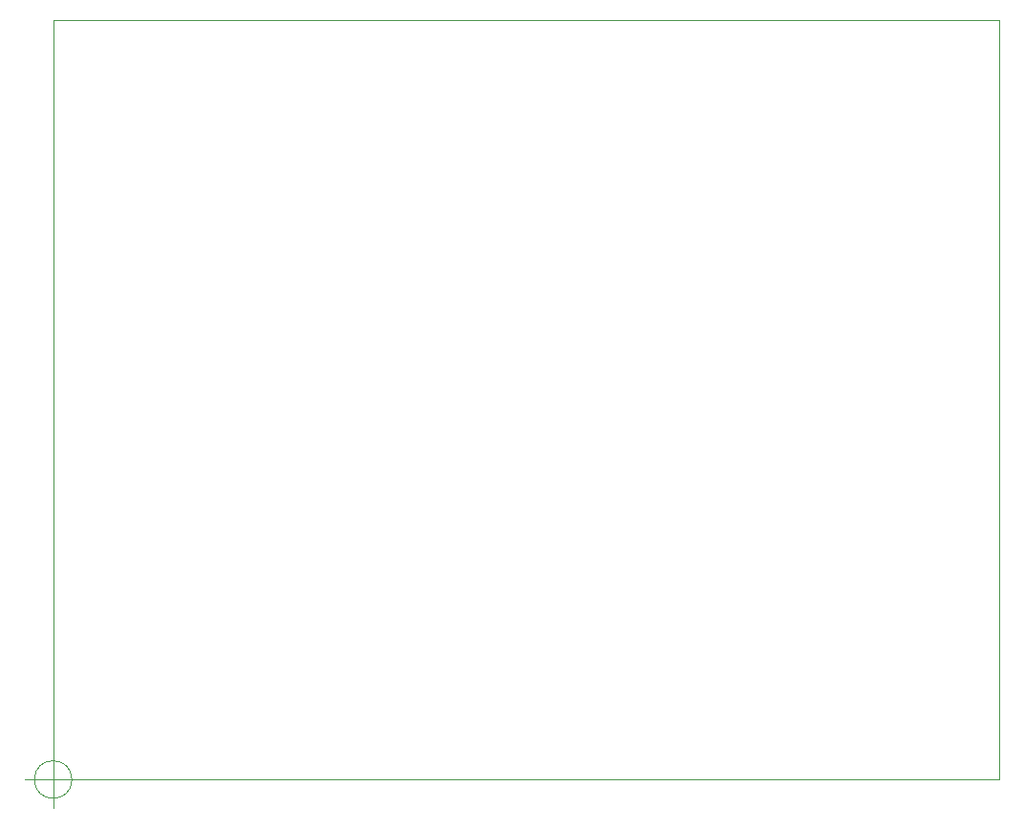
<source format=gm1>
%TF.GenerationSoftware,KiCad,Pcbnew,(6.0.4)*%
%TF.CreationDate,2022-11-02T21:24:09+07:00*%
%TF.ProjectId,01-Beta-PCB-From-Breadboard,30312d42-6574-4612-9d50-43422d46726f,rev?*%
%TF.SameCoordinates,PX68768dcPY7f2c270*%
%TF.FileFunction,Profile,NP*%
%FSLAX46Y46*%
G04 Gerber Fmt 4.6, Leading zero omitted, Abs format (unit mm)*
G04 Created by KiCad (PCBNEW (6.0.4)) date 2022-11-02 21:24:09*
%MOMM*%
%LPD*%
G01*
G04 APERTURE LIST*
%TA.AperFunction,Profile*%
%ADD10C,0.100000*%
%TD*%
G04 APERTURE END LIST*
D10*
X1666666Y0D02*
G75*
G03*
X1666666Y0I-1666666J0D01*
G01*
X-2500000Y0D02*
X2500000Y0D01*
X0Y2500000D02*
X0Y-2500000D01*
X1666666Y0D02*
G75*
G03*
X1666666Y0I-1666666J0D01*
G01*
X-2500000Y0D02*
X2500000Y0D01*
X0Y2500000D02*
X0Y-2500000D01*
X0Y0D02*
X0Y57150000D01*
X1270000Y0D02*
X0Y0D01*
X6985000Y0D02*
X1270000Y0D01*
X83820000Y0D02*
X6985000Y0D01*
X83820000Y3175000D02*
X83820000Y0D01*
X83820000Y8255000D02*
X83820000Y3175000D01*
X83820000Y67310000D02*
X83820000Y8255000D01*
X83185000Y67310000D02*
X83820000Y67310000D01*
X81915000Y67310000D02*
X83185000Y67310000D01*
X55880000Y67310000D02*
X81915000Y67310000D01*
X0Y67310000D02*
X55880000Y67310000D01*
X0Y66040000D02*
X0Y67310000D01*
X0Y57150000D02*
X0Y66040000D01*
M02*

</source>
